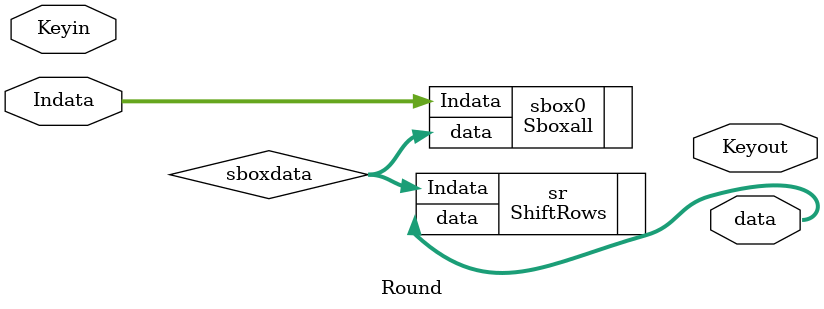
<source format=v>
module Round(

					input wire[127:0] Keyin,
					input wire[127:0] Indata,
					
					output[127:0] Keyout,
					output[127:0] data
					
					);


wire[127:0] sboxdata;
					
Sboxall sbox0(.Indata(Indata), .data(sboxdata));
ShiftRows sr(.Indata(sboxdata), .data(data));

endmodule 
</source>
